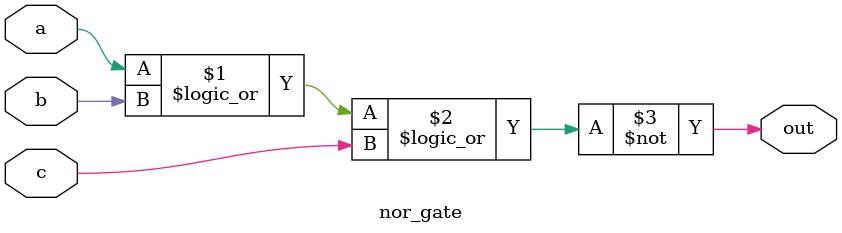
<source format=v>
module nor_gate(a,b,c,out);
    input a,b,c;
    output out;

    assign out = ~(a||b||c);
endmodule
</source>
